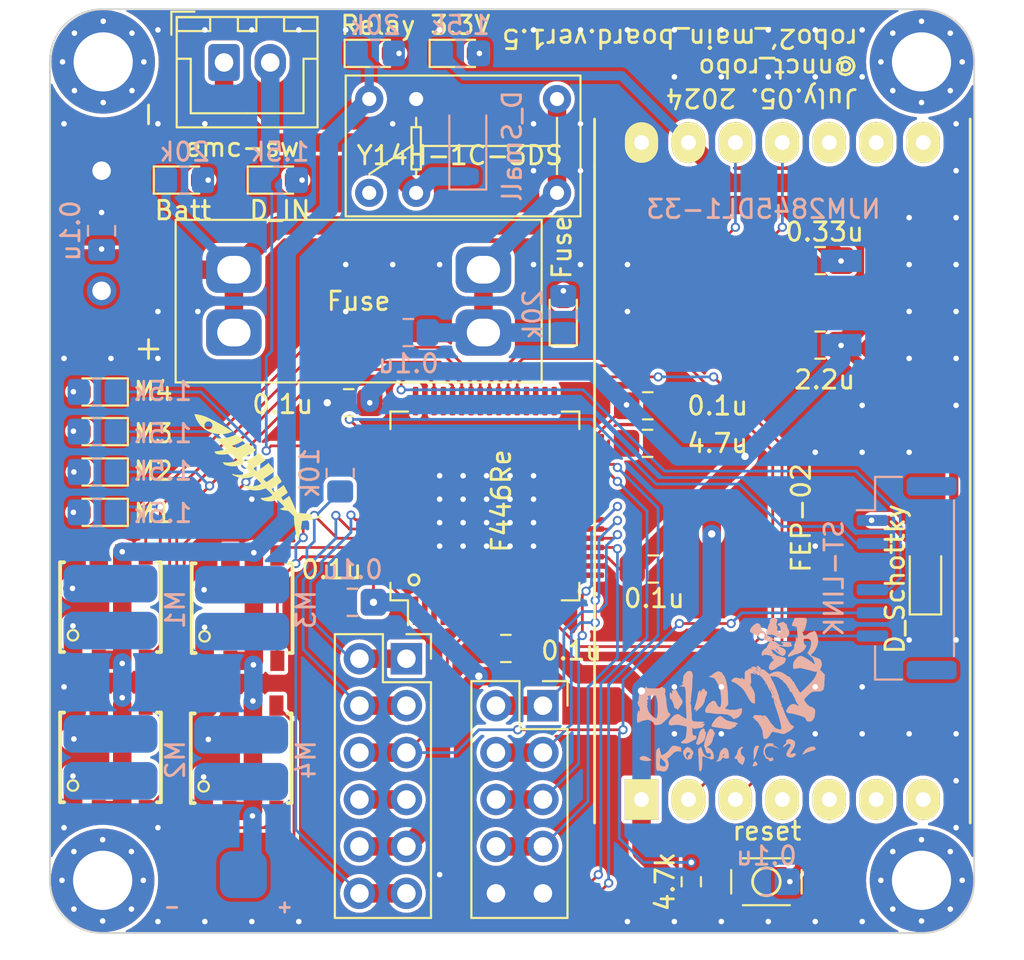
<source format=kicad_pcb>
(kicad_pcb (version 20221018) (generator pcbnew)
  (layers (0 "F.Cu" signal) (31 "B.Cu" signal) (34 "B.Paste" user) (35 "F.Paste" user) (36 "B.SilkS" user "B.Silkscreen") (37 "F.SilkS" user "F.Silkscreen") (38 "B.Mask" user) (39 "F.Mask" user) (44 "Edge.Cuts" user))
  (net 0 "")
  (net 1 "BAT")
  (net 2 "+3.3V")
  (net 3 "Net-(D2-A)")
  (net 4 "Net-(D3-A)")
  (net 5 "Net-(D4-A)")
  (net 6 "Net-(D5-A)")
  (net 7 "Net-(D6-K)")
  (net 8 "Net-(D7-A)")
  (net 9 "Net-(D8-A)")
  (net 10 "Net-(D9-A)")
  (net 11 "Net-(D10-A)")
  (net 12 "Net-(D11-A)")
  (net 13 "Fuse_out")
  (net 14 "U0RXD")
  (net 15 "U0TXD")
  (net 16 "RESET")
  (net 17 "BOOT0")
  (net 18 "+5V")
  (net 19 "EMC_IN")
  (net 20 "SCK")
  (net 21 "MISO")
  (net 22 "MOSI")
  (net 23 "NSS")
  (net 24 "motor1_A")
  (net 25 "motor1_B")
  (net 26 "motor2_A")
  (net 27 "motor2_B")
  (net 28 "motor3_A")
  (net 29 "motor3_B")
  (net 30 "motor4_A")
  (net 31 "motor4_B")
  (net 32 "Relay_out")
  (net 33 "M4FIN")
  (net 34 "M3FIN")
  (net 35 "M2FIN")
  (net 36 "M1FIN")
  (net 40 "FEP_INI")
  (net 41 "FEP_RST")
  (net 46 "PC_6_Serial6TX")
  (net 47 "PC_7_Serial6RX")
  (net 49 "M1RIN")
  (net 50 "M2RIN")
  (net 51 "M3RIN")
  (net 52 "M4RIN")
  (net 53 "Net-(U13-Pin_1)")
  (net 54 "ST-LINK(TX)")
  (net 55 "SWDIO")
  (net 56 "SWCLK")
  (net 57 "Net-(U16-VCAP_1)")
  (net 67 "ST-LINK(RX)")
  (net 86 "GND")
  (footprint "Footprint_nishi:R_0603_1608" (layer "F.Cu") (at 148.0544 114.6864 90)
    (fp_text reference "U8")
    (fp_text value "4.7k")
  )
  (footprint "Footprint_nishi:C_0805_2012" (layer "F.Cu") (at 129.5225 88.76 180)
    (fp_text reference "U18")
    (fp_text value "0.1u")
  )
  (footprint "watanabe_smy:mounting_hole" (layer "F.Cu") (at 116.24 70.31)
    (fp_text reference "REF**")
    (fp_text value "mounting_hole")
  )
  (footprint "watanabe_smy:Y14H-1C-3DS" (layer "F.Cu") (at 130.63 72.32)
    (fp_text reference "U3")
    (fp_text value "~")
  )
  (footprint "Footprint_Monkey:FuseHolder_Carfuse" (layer "F.Cu") (at 130.06 83.26)
    (fp_text reference "F1")
    (fp_text value "Fuse")
  )
  (footprint "LED_SMD:LED_0603_1608Metric_Pad1.05x0.95mm_HandSolder" (layer "F.Cu") (at 130.96 69.85)
    (fp_text reference "D7")
    (fp_text value "Relay")
  )
  (footprint "SOP8:SOP8" (layer "F.Cu") (at 123.755 99.877999 90)
    (fp_text reference "U6" hide)
    (fp_text value "~")
  )
  (footprint "Connector_PinSocket_2.54mm:PinSocket_2x06_P2.54mm_Vertical" (layer "F.Cu") (at 132.642 102.616)
    (fp_text reference "J2")
    (fp_text value "Conn_02x06_Counter_Clockwise")
  )
  (footprint "Footprint_nishi:C_0805_2012" (layer "F.Cu") (at 145.9975 97.76)
    (fp_text reference "U12")
    (fp_text value "0.1u")
  )
  (footprint "LED_SMD:LED_0603_1608Metric_Pad1.05x0.95mm_HandSolder" (layer "F.Cu") (at 120.6384 76.708)
    (fp_text reference "D3")
    (fp_text value "Batt")
  )
  (footprint "LED_SMD:LED_0603_1608Metric_Pad1.05x0.95mm_HandSolder" (layer "F.Cu") (at 115.914 90.3224 180)
    (fp_text reference "D9")
    (fp_text value "M3")
  )
  (footprint "LED_SMD:LED_0603_1608Metric_Pad1.05x0.95mm_HandSolder" (layer "F.Cu") (at 135.56 69.85)
    (fp_text reference "D2")
    (fp_text value "3.3V")
  )
  (footprint "watanabe_smy:mounting_hole" (layer "F.Cu") (at 160.51 70.31)
    (fp_text reference "REF**")
    (fp_text value "mounting_hole")
  )
  (footprint "Footprint_nishi:C_0805_2012" (layer "F.Cu") (at 129.7225 99.56 180)
    (fp_text reference "U14")
    (fp_text value "0.1u")
  )
  (footprint "Connector_PinSocket_2.54mm:PinSocket_2x05_P2.54mm_Vertical" (layer "F.Cu") (at 140.028 105.156)
    (fp_text reference "J4")
    (fp_text value "Conn_02x05_Counter_Clockwise")
  )
  (footprint "Footprint_Monkey:POWER_PAD" (layer "F.Cu") (at 116.152 79.45 90)
    (fp_text reference "J1")
    (fp_text value "BATT")
  )
  (footprint "Footprint_nishi:tact_sw_smd_skrpabe10" (layer "F.Cu") (at 152.1184 114.6864)
    (fp_text reference "U10")
    (fp_text value "SW_DP3T")
  )
  (footprint "watanabe_smy:mounting_hole" (layer "F.Cu") (at 116.21 114.61)
    (fp_text reference "REF**")
    (fp_text value "mounting_hole")
  )
  (footprint "LED_SMD:LED_0603_1608Metric_Pad1.05x0.95mm_HandSolder" (layer "F.Cu") (at 115.914 92.5068 180)
    (fp_text reference "D10")
    (fp_text value "M2")
  )
  (footprint "Footprint_nishi:C_0805_2012" (layer "F.Cu") (at 145.6975 88.925)
    (fp_text reference "U17")
    (fp_text value "0.1u")
  )
  (footprint "watanabe_smy:mounting_hole" (layer "F.Cu") (at 160.51 114.61)
    (fp_text reference "REF**")
    (fp_text value "mounting_hole")
  )
  (footprint "LED_SMD:LED_0603_1608Metric_Pad1.05x0.95mm_HandSolder" (layer "F.Cu") (at 141.128 83.987 90)
    (fp_text reference "D4")
    (fp_text value "Fuse")
  )
  (footprint "SOP8:SOP8" (layer "F.Cu") (at 116.6346 107.955199 90)
    (fp_text reference "U5" hide)
    (fp_text value "~")
  )
  (footprint "Footprint_nishi:C_0805_2012" (layer "F.Cu") (at 155.0225 81.068 180)
    (fp_text reference "C1")
    (fp_text value "0.33u")
  )
  (footprint "LED_SMD:LED_0603_1608Metric_Pad1.05x0.95mm_HandSolder" (layer "F.Cu") (at 125.7184 76.708)
    (fp_text reference "D5")
    (fp_text value "D_IN")
  )
  (footprint "LED_SMD:LED_0603_1608Metric_Pad1.05x0.95mm_HandSolder" (layer "F.Cu") (at 115.914 94.6912 180)
    (fp_text reference "D11")
    (fp_text value "M1")
  )
  (footprint "SOP8:SOP8" (layer "F.Cu") (at 123.7042 108.0008 90)
    (fp_text reference "U7" hide)
    (fp_text value "~")
  )
  (footprint "Package_QFP:LQFP-64_10x10mm_P0.5mm" (layer "F.Cu") (at 136.8876 94.345 90)
    (fp_text reference "U16")
    (fp_text value "STM32F446RETx-stm32")
  )
  (footprint "Footprint_nishi:smd_diode_SOD-323_HandSoldering_cus10f30" (layer "F.Cu") (at 160.724 98.318 90)
    (fp_text reference "U9")
    (fp_text value "D_Schottky")
  )
  (footprint "Footprint_nishi:C_0805_2012" (layer "F.Cu") (at 145.6883 90.957)
    (fp_text reference "U15")
    (fp_text value "4.7u")
  )
  (footprint "NagaokaFootprint2023:FEP-02_PIN_SOCKET" (layer "F.Cu") (at 152.982 92.456 -90)
    (fp_text reference "U2")
    (fp_text value "FEP-02")
  )
  (footprint "Connector_JST:JST_XH_B2B-XH-A_1x02_P2.50mm_Vertical" (layer "F.Cu") (at 122.776 70.341)
    (fp_text reference "J3")
    (fp_text value "emc-sw")
  )
  (footprint "LED_SMD:LED_0603_1608Metric_Pad1.05x0.95mm_HandSolder" (layer "F.Cu") (at 115.914 88.176 180)
    (fp_text reference "D8")
    (fp_text value "M4")
  )
  (footprint "Footprint_nishi:C_0805_2012" (layer "F.Cu") (at 155.0225 85.64 180)
    (fp_text reference "C2")
    (fp_text value "2.2u")
  )
  (footprint "SOP8:SOP8" (layer "F.Cu") (at 116.6346 99.822 90)
    (fp_text reference "U4" hide)
    (fp_text value "~")
  )
  (footprint "watanabe_smy:sabamiso_10^10" (layer "F.Cu") (at 124.534 92.71 -45)
    (fp_text reference "G***")
    (fp_text value "LOGO" hide)
  )
  (footprint "Footprint_nishi:C_0805_2012" (layer "F.Cu") (at 138.0225 102.06 180)
    (fp_text reference "U21")
    (fp_text value "0.1u")
  )
  (footprint "Resistor_SMD:R_0805_2012Metric_Pad1.20x1.40mm_HandSolder" (layer "B.Cu") (at 115.914 90.3224)
    (fp_text reference "R8")
    (fp_text value "1.5k")
  )
  (footprint "Connector_JST:JST_GH_SM06B-GHS-TB_1x06-1MP_P1.25mm_Horizontal" (layer "B.Cu") (at 159.708 98.258 -90)
    (fp_text reference "U13")
    (fp_text value "ST-LINK")
  )
  (footprint "watanabe_smy:2pad" (layer "B.Cu") (at 122.3 114.3 180)
    (fp_text reference "REF**")
    (fp_text value "2pad")
  )
  (footprint "Footprint_nishi:C_0805_2012" (layer "B.Cu") (at 152.1184 114.6864)
    (fp_text reference "U11")
    (fp_text value "0.1u")
  )
  (footprint "watanabe_smy:min_motor" (layer "B.Cu") (at 123.755 99.877999 90)
    (fp_text reference "J7" hide)
    (fp_text value "motor3")
  )
  (footprint "Capacitor_SMD:C_0805_2012Metric_Pad1.18x1.45mm_HandSolder" (layer "B.Cu") (at 132.746 84.96 180)
    (fp_text reference "F_C1")
    (fp_text value "0.1u")
  )
  (footprint "Resistor_SMD:R_0805_2012Metric_Pad1.20x1.40mm_HandSolder" (layer "B.Cu") (at 115.914 92.5068)
    (fp_text reference "R9")
    (fp_text value "1.5k")
  )
  (footprint "Resistor_SMD:R_0805_2012Metric_Pad1.20x1.40mm_HandSolder" (layer "B.Cu") (at 115.914 94.6912)
    (fp_text reference "R10")
    (fp_text value "1.5k")
  )
  (footprint "Resistor_SMD:R_0805_2012Metric_Pad1.20x1.40mm_HandSolder" (layer "B.Cu") (at 115.914 88.176)
    (fp_text reference "R7")
    (fp_text value "1.5k")
  )
  (footprint "Footprint_nishi:C_0805_2012" (layer "B.Cu") (at 129.7225 99.56 180)
    (fp_text reference "U20")
    (fp_text value "0.1u")
  )
  (footprint "watanabe_smy:min_motor" (layer "B.Cu") (at 116.6346 107.955199 90)
    (fp_text reference "J6" hide)
    (fp_text value "motor2")
  )
  (footprint "watanabe_smy:min_motor" (layer "B.Cu") (at 116.6346 99.822 90)
    (fp_text reference "J5" hide)
    (fp_text value "motor1")
  )
  (footprint "watanabe_smy:min_motor" (layer "B.Cu") (at 123.7042 108.0008 90)
    (fp_text reference "J8" hide)
    (fp_text value "motor4")
  )
  (footprint "Diode_SMD:D_SOD-123" (layer "B.Cu") (at 135.964 74.86 90)
    (fp_text reference "D6")
    (fp_text value locked "D_Small")
  )
  (footprint "Resistor_SMD:R_0805_2012Metric_Pad1.20x1.40mm_HandSolder" (layer "B.Cu") (at 135.56 69.85 180)
    (fp_text reference "R2")
    (fp_text value "1.5k")
  )
  (footprint "Resistor_SMD:R_0805_2012Metric_Pad1.20x1.40mm_HandSolder" (layer "B.Cu") (at 120.6384 76.708 180)
    (fp_text reference "R3")
    (fp_text value "20k")
  )
  (footprint "Footprint_Monkey:RoboticsClub_logo_small" (layer "B.Cu") (at 150.188 104.648)
    (fp_text reference "G***" hide)
    (fp_text value "LOGO" hide)
  )
  (footprint "Capacitor_SMD:C_0805_2012Metric_Pad1.18x1.45mm_HandSolder" (layer "B.Cu") (at 116.152 79.45 90)
    (fp_text reference "B_C1")
    (fp_text value "0.1u")
  )
  (footprint "Resistor_SMD:R_0805_2012Metric_Pad1.20x1.40mm_HandSolder" (layer "B.Cu") (at 130.96 69.85 180)
    (fp_text reference "R6")
    (fp_text value "20k")
  )
  (footprint "Footprint_nishi:NJM2845DL1-33" (layer "B.Cu") (at 151.96 83.36 180)
    (fp_text reference "U1")
    (fp_text value "NJM2845DL1-33")
  )
  (footprint "Resistor_SMD:R_0805_2012Metric_Pad1.20x1.40mm_HandSolder" (layer "B.Cu") (at 141.128 83.987 90)
    (fp_text reference "R4")
    (fp_text value "20k")
  )
  (footprint "Resistor_SMD:R_0805_2012Metric_Pad1.20x1.40mm_HandSolder" (layer "B.Cu") (at 125.7184 76.708 180)
    (fp_text reference "R5")
    (fp_text value "1.5k")
  )
  (footprint "Resistor_SMD:R_0805_2012Metric_Pad1.20x1.40mm_HandSolder" (layer "B.Cu") (at 129.06 92.56 90)
    (fp_text reference "R1")
    (fp_text value "10k")
  )
  (gr_line (start 125.804 116.078) (end 126.312 116.078) (stroke (width 0.15)) (layer "B.SilkS"))
  (gr_line (start 119.708 116.078) (end 120.216 116.078) (stroke (width 0.15)) (layer "B.SilkS"))
  (gr_line (start 126.058 115.824) (end 126.058 116.332) (stroke (width 0.15)) (layer "B.SilkS"))
  (gr_line (start 118.184 85.852) (end 119.2 85.852) (stroke (width 0.153)) (layer "F.SilkS"))
  (gr_circle (center 133.05 98.35) (end 133.25 98.55) (stroke (width 0.15)) (fill none) (layer "F.SilkS"))
  (gr_line (start 118.692 72.644) (end 118.692 73.66) (stroke (width 0.153)) (layer "F.SilkS"))
  (gr_line (start 118.692 85.344) (end 118.692 86.36) (stroke (width 0.153)) (layer "F.SilkS"))
  (gr_arc (start 163.36 114.66) (mid 162.539899 116.639899) (end 160.56 117.46) (stroke (width 0.1)) (layer "Edge.Cuts"))
  (gr_line (start 163.36 70.26) (end 163.36 114.66) (stroke (width 0.1)) (layer "Edge.Cuts"))
  (gr_line (start 116.16 67.46) (end 160.56 67.46) (stroke (width 0.1)) (layer "Edge.Cuts"))
  (gr_line (start 113.36 114.66) (end 113.36 70.26) (stroke (width 0.1)) (layer "Edge.Cuts"))
  (gr_arc (start 113.36 70.26) (mid 114.180101 68.280101) (end 116.16 67.46) (stroke (width 0.1)) (layer "Edge.Cuts"))
  (gr_arc (start 116.16 117.46) (mid 114.180101 116.639899) (end 113.36 114.66) (stroke (width 0.1)) (layer "Edge.Cuts"))
  (gr_arc (start 160.56 67.46) (mid 162.539899 68.280101) (end 163.36 70.26) (stroke (width 0.1)) (layer "Edge.Cuts"))
  (gr_line (start 160.56 117.46) (end 116.16 117.46) (stroke (width 0.1)) (layer "Edge.Cuts"))
  (gr_text "M2" (at 120.724 106.934 90) (layer "B.SilkS") (effects (font (size 1 1) (thickness 0.153)) (justify left bottom mirror)))
  (gr_text "M1" (at 120.724 98.806 90) (layer "B.SilkS") (effects (font (size 1 1) (thickness 0.153)) (justify left bottom mirror)))
  (gr_text "M4" (at 127.8 106.934 90) (layer "B.SilkS") (effects (font (size 1 1) (thickness 0.153)) (justify left bottom mirror)))
  (gr_text "M3" (at 127.8 98.806 90) (layer "B.SilkS") (effects (font (size 1 1) (thickness 0.153)) (justify left bottom mirror)))
  (gr_text "reset" (at 150.188 112.522) (layer "F.SilkS") (effects (font (size 1 1) (thickness 0.153)) (justify left bottom)))
  (gr_text "Y14H-1C-3DS" (at 129.86 75.96) (layer "F.SilkS") (effects (font (size 1 1) (thickness 0.153)) (justify left bottom)))
  (gr_text "2.2u" (at 155.268 88.1) (layer "F.SilkS") (effects (font (size 1 1) (thickness 0.153)) (justify bottom)))
  (gr_text "July.05. 2024\n@nnct_robo\nrobo2'_main_board.ver1.5" (at 157.16 68.46 180) (layer "F.SilkS") (effects (font (size 1 1) (thickness 0.153)) (justify left bottom)))
  (gr_text "0.33u" (at 155.268 80.1) (layer "F.SilkS") (effects (font (size 1 1) (thickness 0.153)) (justify bottom)))
  (gr_text "F446Re" (at 138.36 96.96 90) (layer "F.SilkS") (effects (font (size 1 1) (thickness 0.153)) (justify left bottom)))
  (segment (start 123.31 81.56) (end 125.71 79.16) (width 1) (layer "F.Cu") (net 1))
  (segment (start 116.5135 81.56) (end 116.5135 82.3385) (width 1) (layer "F.Cu") (net 1))
  (segment (start 141.96 79.16) (end 143.06 78.06) (width 1) (layer "F.Cu") (net 1))
  (segment (start 143.06 78.06) (end 153.152 78.06) (width 1) (layer "F.Cu") (net 1))
  (segment (start 153.152 78.06) (end 156.151 81.059) (width 1) (layer "F.Cu") (net 1))
  (segment (start 116.152 82.7) (end 117.292 81.56) (width 1) (layer "F.Cu") (net 1))
  (segment (start 125.71 79.16) (end 141.96 79.16) (width 1) (layer "F.Cu") (net 1))
  (segment (start 116.5135 82.3385) (end 116.152 82.7) (width 1) (layer "F.Cu") (net 1))
  (segment (start 123.31 84.96) (end 123.31 81.56) (width 1) (layer "F.Cu") (net 1))
  (segment (start 117.292 81.56) (end 123.31 81.56) (width 1) (layer "F.Cu") (net 1))
  (via (at 116.152 80.4418) (size 0.5) (drill 0.3) (layers "F.Cu" "B.Cu") (net 1))
  (via (at 156.157 81.088) (size 0.5) (drill 0.3) (layers "F.Cu" "B.Cu") (net 1))
  (segment (start 119.6384 77.8884) (end 119.6384 76.708) (width 0.5) (layer "B.Cu") (net 1))
  (segment (start 123.31 81.56) (end 119.6384 77.8884) (width 0.5) (layer "B.Cu") (net 1))
  (segment (start 139.1376 100.02) (end 139.16 100.0424) (width 0.15) (layer "F.Cu") (net 2))
  (segment (start 155.06 76.86) (end 150.086 76.86) (width 1) (layer "F.Cu") (net 2))
  (segment (start 133.1376 88.67) (end 130.75 88.67) (width 0.15) (layer "F.Cu") (net 2))
  (segment (start 144.46 103.46) (end 141.96 103.46) (width 1) (layer "F.Cu") (net 2))
  (segment (start 131.2126 98.095) (end 133.1376 100.02) (width 0.15) (layer "F.Cu") (net 2))
  (segment (start 156.16 85.64) (end 162.253 91.733) (width 0.5) (layer "F.Cu") (net 2))
  (segment (start 130.75 88.67) (end 130.66 88.76) (width 0.15) (layer "F.Cu") (net 2))
  (segment (start 130.86 99.56) (end 130.86 98.4476) (width 0.15) (layer "F.Cu") (net 2))
  (segment (start 158.1068 83.6932) (end 158.1068 79.9068) (width 1) (layer "F.Cu") (net 2))
  (segment (start 145.36 104.36) (end 144.46 103.46) (width 1) (layer "F.Cu") (net 2))
  (segment (start 143.495 97.095) (end 144.16 97.76) (width 0.15) (layer "F.Cu") (net 2))
  (segment (start 136.56 103.56) (end 137.66 103.56) (width 1) (layer "F.Cu") (net 2))
  (segment (start 149.16 93.46) (end 149.16 95.86) (width 1) (layer "F.Cu") (net 2))
  (segment (start 130.102 112.776) (end 132.642 112.776) (width 1) (layer "F.Cu") (net 2))
  (segment (start 142.5626 97.095) (end 143.495 97.095) (width 0.15) (layer "F.Cu") (net 2))
  (segment (start 150.96 91.66) (end 149.16 93.46) (width 1) (layer "F.Cu") (net 2))
  (segment (start 156.16 85.64) (end 158.1068 83.6932) (width 1) (layer "F.Cu") (net 2))
  (segment (start 145.362 110.236) (end 145.362 113.0565) (width 1) (layer "F.Cu") (net 2))
  (segment (start 130.86 98.4476) (end 131.2126 98.095) (width 0.15) (layer "F.Cu") (net 2))
  (segment (start 162.253 91.733) (end 162.253 98.039) (width 0.5) (layer "F.Cu") (net 2))
  (segment (start 139.16 102.0152) (end 139.1376 102.0376) (width 0.15) (layer "F.Cu") (net 2))
  (segment (start 142.5626 90.595) (end 142.83 90.595) (width 0.15) (layer "F.Cu") (net 2))
  (segment (start 141.96 103.46) (end 140.56 102.06) (width 1) (layer "F.Cu") (net 2))
  (segment (start 145.362 113.0565) (end 148.0544 115.7489) (width 1) (layer "F.Cu") (net 2))
  (segment (start 144.16 97.76) (end 144.86 97.76) (width 0.15) (layer "F.Cu") (net 2))
  (segment (start 135.71 104.41) (end 136.56 103.56) (width 1) (layer "F.Cu") (net 2))
  (segment (start 139.16 100.0424) (end 139.16 102.0152) (width 0.15) (layer "F.Cu") (net 2))
  (segment (start 158.1068 79.9068) (end 155.06 76.86) (width 1) (layer "F.Cu") (net 2))
  (segment (start 162.253 98.039) (end 160.724 99.568) (width 0.5) (layer "F.Cu") (net 2))
  (segment (start 132.642 112.776) (end 135.71 109.708) (width 1) (layer "F.Cu") (net 2))
  (segment (start 149.16 93.46) (end 144.86 97.76) (width 1) (layer "F.Cu") (net 2))
  (segment (start 137.66 103.56) (end 139.16 102.06) (width 1) (layer "F.Cu") (net 2))
  (segment (start 140.56 102.06) (end 139.16 102.06) (width 1) (layer "F.Cu") (net 2))
  (segment (start 150.086 76.86) (end 147.902 74.676) (width 1) (layer "F.Cu") (net 2))
  (segment (start 142.83 90.595) (end 144.5508 88.8742) (width 0.15) (layer "F.Cu") (net 2))
  (segment (start 135.71 109.708) (end 135.71 104.41) (width 1) (layer "F.Cu") (net 2))
  (via (at 130.86 99.56) (size 0.6) (drill 0.4) (layers "F.Cu" "B.Cu") (net 2))
  (via (at 156.157 85.66) (size 0.5) (drill 0.3) (layers "F.Cu" "B.Cu") (net 2))
  (via (at 150.96 91.66) (size 0.6) (drill 0.4) (layers "F.Cu" "B.Cu") (net 2))
  (via (at 130.66 88.76) (size 0.5) (drill 0.3) (layers "F.Cu" "B.Cu") (net 2))
  (via (at 145.36 104.36) (size 0.6) (drill 0.4) (layers "F.Cu" "B.Cu") (net 2))
  (via (at 136.56 103.56) (size 0.6) (drill 0.4) (layers "F.Cu" "B.Cu") (net 2))
  (via (at 144.5508 88.8742) (size 0.5) (drill 0.3) (layers "F.Cu" "B.Cu") (net 2))
  (via (at 149.16 95.86) (size 0.6) (drill 0.4) (layers "F.Cu" "B.Cu") (net 2))
  (segment (start 144.286 71.06) (end 147.902 74.676) (width 0.5) (layer "B.Cu") (net 2))
  (segment (start 145.362 104.258) (end 145.362 110.236) (width 1) (layer "B.Cu") (net 2))
  (segment (start 147.3366 91.66) (end 144.5508 88.8742) (width 1) (layer "B.Cu") (net 2))
  (segment (start 130.66 88.26) (end 131.86 87.06) (width 1) (layer "B.Cu") (net 2))
  (segment (start 132.56 99.56) (end 130.86 99.56) (width 1) (layer "B.Cu") (net 2))
  (segment (start 131.86 87.06) (end 142.7366 87.06) (width 1) (layer "B.Cu") (net 2))
  (segment (start 150.96 91.66) (end 156.16 86.46) (width 1) (layer "B.Cu") (net 2))
  (segment (start 156.16 85.64) (end 156.166 85.646) (width 1) (layer "B.Cu") (net 2))
  (segment (start 130.66 88.76) (end 130.66 88.26) (width 1) (layer "B.Cu") (net 2))
  (segment (start 149.16 95.86) (end 149.16 100.46) (width 1) (layer "B.Cu") (net 2))
  (segment (start 136.56 103.56) (end 132.56 99.56) (width 1) (layer "B.Cu") (net 2))
  (segment (start 135.77 71.06) (end 144.286 71.06) (width 0.5) (layer "B.Cu") (net 2))
  (segment (start 142.7366 87.06) (end 144.5508 88.8742) (width 1) (layer "B.Cu") (net 2))
  (segment (start 134.56 69.85) (end 135.77 71.06) (width 0.5) (layer "B.Cu") (net 2))
  (segment (start 150.96 91.66) (end 147.3366 91.66) (width 1) (layer "B.Cu") (net 2))
  (segment (start 156.16 86.46) (end 156.16 85.64) (width 1) (layer "B.Cu") (net 2))
  (segment (start 149.16 100.46) (end 145.362 104.258) (width 1) (layer "B.Cu") (net 2))
  (via (at 136.592 69.85) (size 0.5) (drill 0.3) (layers "F.Cu" "B.Cu") (net 3))
  (via (at 121.9178 76.708) (size 0.5) (drill 0.3) (layers "F.Cu" "B.Cu") (net 4))
  (via (at 141.1344 82.7012) (size 0.5) (drill 0.3) (layers "F.Cu" "B.Cu") (net 5))
  (via (at 126.9978 76.708) (size 0.5) (drill 0.3) (layers "F.Cu" "B.Cu") (net 6))
  (segment (start 125.042 74.676) (end 130.446 74.676) (width 1) (layer "F.Cu") (net 7))
  (segment (start 130.446 74.676) (end 133.17 77.4) (width 1) (layer "F.Cu") (net 7))
  (segment (start 122.776 70.341) (end 122.776 72.41) (width 1) (layer "F.Cu") (net 7))
  (segment (start 122.776 72.41) (end 125.042 74.676) (width 1) (layer "F.Cu") (net 7))
  (segment (start 133.17 77.4) (end 134.06 76.51) (width 1) (layer "B.Cu") (net 7))
  (segment (start 134.06 76.51) (end 135.964 76.51) (width 1) (layer "B.Cu") (net 7))
  (via (at 132.244 69.85) (size 0.5) (drill 0.3) (layers "F.Cu" "B.Cu") (net 8))
  (via (at 114.628 88.1634) (size 0.5) (drill 0.3) (layers "F.Cu" "B.Cu") (net 9))
  (via (at 114.628 90.297) (size 0.5) (drill 0.3) (layers "F.Cu" "B.Cu") (net 10))
  (via (at 114.6534 92.5068) (size 0.5) (drill 0.3) (layers "F.Cu" "B.Cu") (net 11))
  (via (at 114.628 94.6912) (size 0.5) (drill 0.3) (layers "F.Cu" "B.Cu") (net 12))
  (segment (start 136.81 81.56) (end 136.81 84.96) (width 1) (layer "F.Cu") (net 13))
  (segment (start 136.872 81.72) (end 136.872 82.12) (width 1) (layer "F.Cu") (net 13))
  (segment (start 140.79 72.722) (end 140.79 77.4) (width 1) (layer "F.Cu") (net 13))
  (segment (start 140.79 77.4) (end 136.872 81.318) (width 1) (layer "B.Cu") (net 13))
  (segment (start 136.872 81.318) (end 136.872 82.12) (width 1) (layer "B.Cu") (net 13))
  (segment (start 141.163 84.96) (end 141.19 84.987) (width 1) (layer "B.Cu") (net 13))
  (segment (start 136.81 84.96) (end 141.101 84.96) (width 1) (layer "B.Cu") (net 13))
  (segment (start 136.81 84.96) (end 133.8815 84.96) (width 1) (layer "B.Cu") (net 13))
  (segment (start 129.895 95.095) (end 131.2126 95.095) (width 0.15) (layer "F.Cu") (net 14))
  (segment (start 130.102 102.616) (end 132.642 102.616) (width 1) (layer "F.Cu") (net 14))
  (segment (start 129.6415 94.8415) (end 129.895 95.095) (width 0.15) (layer "F.Cu") (net 14))
  (via (at 129.6415 94.8415) (size 0.5) (drill 0.3) (layers "F.Cu" "B.Cu") (net 14))
  (segment (start 127.46 98.46) (end 127.46 100.46) (width 0.15) (layer "B.Cu") (net 14))
  (segment (start 129.616 102.616) (end 130.102 102.616) (width 0.15) (layer "B.Cu") (net 14))
  (segment (start 127.46 100.46) (end 129.616 102.616) (width 0.15) (layer "B.Cu") (net 14))
  (segment (start 129.6415 95.7785) (end 128.06 97.36) (width 0.15) (layer "B.Cu") (net 14))
  (segment (start 128.06 97.86) (end 127.46 98.46) (width 0.15) (layer "B.Cu") (net 14))
  (segment (start 128.06 97.36) (end 128.06 97.86) (width 0.15) (layer "B.Cu") (net 14))
  (segment (start 129.6415 94.8415) (end 129.6415 95.7785) (width 0.15) (layer "B.Cu") (net 14))
  (segment (start 130.102 105.156) (end 132.642 105.156) (width 1) (layer "F.Cu") (net 15))
  (segment (start 129.5616 95.595) (end 131.2126 95.595) (width 0.15) (layer "F.Cu") (net 15))
  (segment (start 128.8266 94.86) (end 129.5616 95.595) (width 0.15) (layer "F.Cu") (net 15))
  (via (at 128.8266 94.86) (size 0.5) (drill 0.3) (layers "F.Cu" "B.Cu") (net 15))
  (segment (start 127.66 97.26) (end 127.66 97.76) (width 0.15) (layer "B.Cu") (net 15))
  (segment (start 127.66 97.76) (end 127.06 98.36) (width 0.15) (layer "B.Cu") (net 15))
  (segment (start 127.06 98.36) (end 127.06 102.114) (width 0.15) (layer "B.Cu") (net 15))
  (segment (start 128.8266 94.86) (end 128.8266 96.0934) (width 0.15) (layer "B.Cu") (net 15))
  (segment (start 128.8266 96.0934) (end 127.66 97.26) (width 0.15) (layer "B.Cu") (net 15))
  (segment (start 127.06 102.114) (end 130.102 105.156) (width 0.15) (layer "B.Cu") (net 15))
  (segment (start 149.8184 113.4364) (end 148.2576 113.4364) (width 0.5) (layer "F.Cu") (net 16))
  (segment (start 136.1376 100.9824) (end 134.86 102.26) (width 0.15) (layer "F.Cu") (net 16))
  (segment (start 154.4184 113.4364) (end 149.8184 113.4364) (width 0.5) (layer "F.Cu") (net 16))
  (segment (start 150.21 100.71) (end 147.41 100.71) (width 0.15) (layer "F.Cu") (net 16))
  (segment (start 144.36 106.46) (end 138.66 106.46) (width 0.15) (layer "F.Cu") (net 16))
  (segment (start 148.2576 113.4364) (end 148.0544 113.6396) (width 0.5) (layer "F.Cu") (net 16))
  (segment (start 154.4184 113.4364) (end 153.3884 114.4664) (width 0.5) (layer "F.Cu") (net 16))
  (segment (start 153.3884 114.681) (end 153.3884 114.6864) (width 0.5) (layer "F.Cu") (net 16))
  (segment (start 134.86 105.478) (end 132.642 107.696) (width 0.15) (layer "F.Cu") (net 16))
  (segment (start 136.1376 100.02) (end 136.1376 100.9824) (width 0.15) (layer "F.Cu") (net 16))
  (segment (start 130.102 107.696) (end 132.642 107.696) (width 1) (layer "F.Cu") (net 16))
  (segment (start 134.86 102.26) (end 134.86 105.478) (width 0.15) (layer "F.Cu") (net 16))
  (segment (start 153.3884 114.4664) (end 153.3884 114.681) (width 0.5) (layer "F.Cu") (net 16))
  (segment (start 148.0544 113.6396) (end 148.2419 113.4364) (width 0.5) (layer "F.Cu") (net 16))
  (via (at 138.66 106.46) (size 0.5) (drill 0.3) (layers "F.Cu" "B.Cu") (net 16))
  (via (at 148.0544 113.6396) (size 0.5) (drill 0.3) (layers "F.Cu" "B.Cu") (net 16))
  (via (at 150.21 100.71) (size 0.5) (drill 0.3) (layers "F.Cu" "B.Cu") (net 16))
  (via (at 153.3884 114.681) (size 0.5) (drill 0.3) (layers "F.Cu" "B.Cu") (net 16))
  (via (at 147.41 100.71) (size 0.5) (drill 0.3) (layers "F.Cu" "B.Cu") (net 16))
  (via (at 144.36 106.46) (size 0.5) (drill 0.3) (layers "F.Cu" "B.Cu") (net 16))
  (segment (start 135.324 107.696) (end 136.46 106.56) (width 0.15) (layer "B.Cu") (net 16))
  (segment (start 144.16 112.336) (end 145.4636 113.6396) (width 0.15) (layer "B.Cu") (net 16))
  (segment (start 138.66 106.46) (end 138.56 106.46) (width 0.15) (layer "B.Cu") (net 16))
  (segment (start 136.46 106.56) (end 136.56 106.46) (width 0.15) (layer "B.Cu") (net 16))
  (segment (start 144.36 106.46) (end 144.36 103.76) (width 0.15) (layer "B.Cu") (net 16))
  (segment (start 144.16 106.66) (end 144.16 112.336) (width 0.15) (layer "B.Cu") (net 16))
  (segment (start 136.56 106.46) (end 138.66 106.46) (width 0.15) (layer "B.Cu") (net 16))
  (segment (start 150.21 100.71) (end 150.787 100.133) (width 0.15) (layer "B.Cu") (net 16))
  (segment (start 144.36 103.76) (end 147.41 100.71) (width 0.15) (layer "B.Cu") (net 16))
  (segment (start 150.787 100.133) (end 157.858 100.133) (width 0.15) (layer "B.Cu") (net 16))
  (segment (start 132.642 107.696) (end 135.324 107.696) (width 0.15) (layer "B.Cu") (net 16))
  (segment (start 144.36 106.46) (end 144.16 106.66) (width 0.15) (layer "B.Cu") (net 16))
  (segment (start 145.4636 113.6396) (end 148.0544 113.6396) (width 0.15) (layer "B.Cu") (net 16))
  (segment (start 127.66 94.86) (end 128.895 96.095) (width 0.15) (layer "F.Cu") (net 17))
  (segment (start 128.895 96.095) (end 131.2126 96.095) (width 0.15) (layer "F.Cu") (net 17))
  (segment (start 130.102 115.316) (end 132.642 115.316) (width 1) (layer "F.Cu") (net 17))
  (via (at 127.66 94.86) (size 0.5) (drill 0.3) (layers "F.Cu" "B.Cu") (net 17))
  (segment (start 127.66 94.86) (end 127.66 96.26) (width 0.15) (layer "B.Cu") (net 17))
  (segment (start 127.66 94.86) (end 127.76 94.86) (width 0.15) (layer "B.Cu") (net 17))
  (segment (start 126.66 98.26) (end 126.66 111.874) (width 0.15) (layer "B.Cu") (net 17))
  (segment (start 127.76 94.86) (end 129.06 93.56) (width 0.15) (layer "B.Cu") (net 17))
  (segment (start 127.66 96.26) (end 127.26 96.66) (width 0.15) (layer "B.Cu") (net 17))
  (segment (start 127.26 96.66) (end 127.26 97.66) (width 0.15) (layer "B.Cu") (net 17))
  (segment (start 127.26 97.66) (end 126.66 98.26) (width 0.15) (layer "B.Cu") (net 17))
  (segment (start 126.66 111.874) (end 130.102 115.316) (width 0.15) (layer "B.Cu") (net 17))
  (segment (start 130.102 110.236) (end 132.642 110.236) (width 1) (layer "F.Cu") (net 18))
  (segment (start 125.325 91.095) (end 131.2126 91.095) (width 0.15) (layer "F.Cu") (net 19))
  (segment (start 125.06 91.36) (end 125.325 91.095) (width 0.15) (layer "F.Cu") (net 19))
  (via (at 125.06 91.36) (size 0.5) (drill 0.3) (layers "F.Cu" "B.Cu") (net 19))
  (segment (start 125.36 85.96) (end 125.36 77.3496) (width 0.15) (layer "B.Cu") (net 19))
  (segment (start 125.06 91.36) (end 125.06 86.26) (width 0.15) (layer "B.Cu") (net 19))
  (segment (start 125.276 76.1504) (end 124.7184 76.708) (width 1) (layer "B.Cu") (net 19))
  (segment (start 125.36 77.3496) (end 124.7184 76.708) (width 0.15) (layer "B.Cu") (net 19))
  (segment (start 125.276 70.341) (end 125.276 76.1504) (width 1) (layer "B.Cu") (net 19))
  (segment (start 125.06 86.26) (end 125.36 85.96) (width 0.15) (layer "B.Cu") (net 19))
  (segment (start 137.488 105.156) (end 140.028 105.156) (width 1) (layer "F.Cu") (net 20))
  (segment (start 142.5626 96.095) (end 143.863 96.095) (width 0.15) (layer "F.Cu") (net 20))
  (segment (start 143.863 96.095) (end 144.06 95.898) (width 0.15) (layer "F.Cu") (net 20))
  (segment (start 144.06 95.898) (end 144.047 95.885) (width 0.15) (layer "F.Cu") (net 20))
  (via (at 144.06 95.898) (size 0.5) (drill 0.3) (layers "F.Cu" "B.Cu") (net 20))
  (segment (start 143.06 100.06) (end 143.46 99.66) (width 0.15) (layer "B.Cu") (net 20))
  (segment (start 141.16 101.06) (end 142.16 100.06) (width 0.15) (layer "B.Cu") (net 20))
  (segment (start 142.16 100.06) (end 143.06 100.06) (width 0.15) (layer "B.Cu") (net 20))
  (segment (start 143.46 96.498) (end 144.06 95.898) (width 0.15) (layer "B.Cu") (net 20))
  (segment (start 143.46 99.66) (end 143.46 96.498) (width 0.15) (layer "B.Cu") (net 20))
  (segment (start 141.16 104.024) (end 141.16 101.06) (width 0.15) (layer "B.Cu") (net 20))
  (segment (start 140.028 105.156) (end 141.16 104.024) (width 0.15) (layer "B.Cu") (net 20))
  (segment (start 142.5626 95.595) (end 143.601 95.595) (width 0.15) (layer "F.Cu") (net 21))
  (segment (start 142.86 100.66) (end 142.86 99.46) (width 0.15) (layer "F.Cu") (net 21))
  (segment (start 143.601 95.595) (end 144.06 95.136) (width 0.15) (layer "F.Cu") (net 21))
  (segment (start 137.488 107.696) (end 140.028 107.696) (width 1) (layer "F.Cu") (net 21))
  (via (at 144.06 95.136) (size 0.5) (drill 0.3) (layers "F.Cu" "B.Cu") (net 21))
  (via (at 142.86 100.66) (size 0.5) (drill 0.3) (layers "F.Cu" "B.Cu") (net 21))
  (via (at 142.86 99.46) (size 0.5) (drill 0.3) (layers "F.Cu" "B.Cu") (net 21))
  (segment (start 143.06 99.26) (end 143.06 96.136) (width 0.15) (layer "B.Cu") (net 21))
  (segment (start 141.56 101.16) (end 141.56 106.164) (width 0.15) (layer "B.Cu") (net 21))
  (segment (start 142.86 100.66) (end 142.06 100.66) (width 0.15) (layer "B.Cu") (net 21))
  (segment (start 142.06 100.66) (end 141.56 101.16) (width 0.15) (layer "B.Cu") (net 21))
  (segment (start 143.06 96.136) (end 144.06 95.136) (width 0.15) (layer "B.Cu") (net 21))
  (segment (start 141.56 106.164) (end 140.028 107.696) (width 0.15) (layer "B.Cu") (net 21))
  (segment (start 142.86 99.46) (end 143.06 99.26) (width 0.15) (layer "B.Cu") (net 21))
  (segment (start 142.5626 95.095) (end 143.339 95.095) (width 0.15) (layer "F.Cu") (net 22))
  (segment (start 142.16 99.16) (end 142.36 98.96) (width 0.15) (layer "F.Cu") (net 22))
  (segment (start 143.339 95.095) (end 144.06 94.374) (width 0.15) (layer "F.Cu") (net 22))
  (segment (start 140.028 110.236) (end 137.488 110.236) (width 1) (layer "F.Cu") (net 22))
  (segment (start 142.16 101.36) (end 142.16 99.16) (width 0.15) (layer "F.Cu") (net 22))
  (via (at 144.06 94.374) (size 0.5) (drill 0.3) (layers "F.Cu" "B.Cu") (net 22))
  (via (at 142.16 101.36) (size 0.5) (drill 0.3) (layers "F.Cu" "B.Cu") (net 22))
  (via (at 142.36 98.96) (size 0.5) (drill 0.3) (layers "F.Cu" "B.Cu") (net 22))
  (segment (start 142.66 98.66) (end 142.66 95.774) (width 0.15) (layer "B.Cu") (net 22))
  (segment (start 142.16 101.36) (end 141.96 101.56) (width 0.15) (layer "B.Cu") (net 22))
  (segment (start 141.96 108.304) (end 140.028 110.236) (width 0.15) (layer "B.Cu") (net 22))
  (segment (start 141.96 101.56) (end 141.96 108.304) (width 0.15) (layer "B.Cu") (net 22))
  (segment (start 142.36 98.96) (end 142.66 98.66) (width 0.15) (layer "B.Cu") (net 22))
  (segment (start 142.66 95.774) (end 144.06 94.374) (width 0.15) (layer "B.Cu") (net 22))
  (segment (start 143.995 96.595) (end 142.5626 96.595) (width 0.15) (layer "F.Cu") (net 23))
  (segment (start 140.028 112.776) (end 137.488 112.776) (width 1) (layer "F.Cu") (net 23))
  (segment (start 144.06 96.66) (end 143.995 96.595) (width 0.15) (layer "F.Cu") (net 23))
  (via (at 144.06 96.66) (size 0.5) (drill 0.3) (layers "F.Cu" "B.Cu") (net 23))
  (segment (start 142.4664 104.1536) (end 144.06 102.56) (width 0.15) (layer "B.Cu") (net 23))
  (segment (start 144.06 102.56) (end 144.06 96.66) (width 0.15) (layer "B.Cu") (net 23))
  (segment (start 142.4664 110.3376) (end 142.4664 104.1536) (width 0.15) (layer "B.Cu") (net 23))
  (segment (start 140.028 112.776) (end 142.4664 110.3376) (width 0.15) (layer "B.Cu") (net 23))
  (segment (start 114.6026 102.544999) (end 114.6026 100.838) (width 1) (layer "F.Cu") (net 24))
  (segment (start 114.7296 102.671999) (end 114.6026 102.544999) (width 1) (layer "F.Cu") (net 24))
  (via (at 114.6026 100.838) (size 0.5) (drill 0.3) (layers "F.Cu" "B.Cu") (net 24))
  (segment (start 115.9996 96.972001) (end 115.9996 97.917) (width 1) (layer "F.Cu") (net 25))
  (segment (start 115.1106 98.806) (end 114.5772 98.806) (width 1) (layer "F.Cu") (net 25))
  (segment (start 115.9996 97.917) (end 115.1106 98.806) (width 1) (layer "F.Cu") (net 25))
  (segment (start 114.5772 98.806) (end 114.6026 98.806) (width 1) (layer "F.Cu") (net 25))
  (via (at 114.5772 98.806) (size 0.5) (drill 0.3) (layers "F.Cu" "B.Cu") (net 25))
  (segment (start 114.6026 108.966) (end 114.6026 108.971199) (width 1) (layer "F.Cu") (net 26))
  (segment (start 114.6026 110.678198) (end 114.6026 108.966) (width 1) (layer "F.Cu") (net 26))
  (segment (start 114.7296 110.805198) (end 114.6026 110.678198) (width 1) (layer "F.Cu") (net 26))
  (via (at 114.6026 108.966) (size 0.5) (drill 0.3) (layers "F.Cu" "B.Cu") (net 26))
  (segment (start 114.6534 106.9594) (end 114.633199 106.939199) (width 1) (layer "F.Cu") (net 27))
  (segment (start 115.9996 105.923199) (end 114.9836 106.939199) (width 1) (layer "F.Cu") (net 27))
  (segment (start 114.673601 106.939199) (end 114.6534 106.9594) (width 1) (layer "F.Cu") (net 27))
  (segment (start 114.9836 106.939199) (end 114.673601 106.939199) (width 1) (layer "F.Cu") (net 27))
  (segment (start 114.633199 106.939199) (end 114.6026 106.939199) (width 1) (layer "F.Cu") (net 27))
  (segment (start 115.9996 105.1052) (end 115.9996 105.923199) (width 1) (layer "F.Cu") (net 27))
  (via (at 114.6534 106.9594) (size 0.5) (drill 0.3) (layers "F.Cu" "B.Cu") (net 27))
  (segment (start 121.723 100.9142) (end 121.723 100.893999) (width 1) (layer "F.Cu") (net 28))
  (segment (start 121.723 102.600998) (end 121.723 100.9142) (width 1) (layer "F.Cu") (net 28))
  (segment (start 121.85 102.727998) (end 121.723 102.600998) (width 1) (layer "F.Cu") (net 28))
  (via (at 121.723 100.9142) (size 0.5) (drill 0.3) (layers "F.Cu" "B.Cu") (net 28))
  (segment (start 123.12 97.972999) (end 122.231 98.861999) (width 1) (layer "F.Cu") (net 29))
  (segment (start 123.12 97.028) (end 123.12 97.972999) (width 1) (layer "F.Cu") (net 29))
  (segment (start 121.743201 98.861999) (end 121.6976 98.8822) (width 1) (layer "F.Cu") (net 29))
  (segment (start 122.231 98.861999) (end 121.743201 98.861999) (width 1) (layer "F.Cu") (net 29))
  (segment (start 121.702799 98.861999) (end 121.723 98.861999) (width 1) (layer "F.Cu") (net 29))
  (segment (start 121.6976 98.8822) (end 121.702799 98.861999) (width 1) (layer "F.Cu") (net 29))
  (via (at 121.6976 98.8822) (size 0.5) (drill 0.3) (layers "F.Cu" "B.Cu") (net 29))
  (segment (start 121.7992 110.850799) (end 121.6722 110.723799) (width 1) (layer "F.Cu") (net 30))
  (segment (start 121.6722 110.723799) (end 121.6722 109.0168) (width 1) (layer "F.Cu") (net 30))
  (via (at 121.6722 109.0168) (size 0.5) (drill 0.3) (layers "F.Cu" "B.Cu") (net 30))
  (segment (start 123.0692 105.150801) (end 123.0692 105.8418) (width 1) (layer "F.Cu") (net 31))
  (segment (start 123.0692 105.8418) (end 121.9262 106.9848) (width 1) (layer "F.Cu") (net 31))
  (via (at 121.9262 106.9848) (size 0.5) (drill 0.3) (layers "F.Cu" "B.Cu") (net 31))
  (segment (start 117.2696 96.8248) (end 117.2696 102.6668) (width 1) (layer "F.Cu") (net 32))
  (segment (start 117.2696 96.972001) (end 117.2696 96.8248) (width 1) (layer "F.Cu") (net 32))
  (segment (start 115.9996 102.671999) (end 117.2696 102.671999) (width 1) (layer "F.Cu") (net 32))
  (segment (start 124.39 96.8756) (end 124.39 102.727998) (width 1) (layer "F.Cu") (net 32))
  (segment (start 117.2696 105.1052) (end 117.2696 110.805198) (width 1) (layer "F.Cu") (net 32))
  (segment (start 124.3392 105.150801) (end 124.3392 104.902) (width 1) (layer "F.Cu") (net 32))
  (segment (start 123.12 102.727998) (end 124.39 102.727998) (width 1) (layer "F.Cu") (net 32))
  (segment (start 115.9996 110.805198) (end 117.2696 110.805198) (width 1) (layer "F.Cu") (net 32))
  (segment (start 117.2696 102.6668) (end 117.2696 102.671999) (width 1) (layer "F.Cu") (net 32))
  (segment (start 124.39 97.028) (end 124.39 96.8756) (width 1) (layer "F.Cu") (net 32))
  (segment (start 124.3392 104.902) (end 124.3392 110.850799) (width 1) (layer "F.Cu") (net 32))
  (segment (start 124.3392 110.850799) (end 123.0692 110.850799) (width 1) (layer "F.Cu") (net 32))
  (via (at 117.2696 96.8248) (size 0.5) (drill 0.3) (layers "F.Cu" "B.Cu") (net 32))
  (via (at 117.2696 104.7242) (size 0.5) (drill 0.3) (layers "F.Cu" "B.Cu") (net 32))
  (via (at 124.39 96.8756) (size 0.5) (drill 0.3) (layers "F.Cu" "B.Cu") (net 32))
  (via (at 117.2696 102.87) (size 0.5) (drill 0.3) (layers "F.Cu" "B.Cu") (net 32))
  (via (at 124.3138 111.125) (size 0.5) (drill 0.3) (layers "F.Cu" "B.Cu") (net 32))
  (via (at 124.3392 104.902) (size 0.5) (drill 0.3) (layers "F.Cu" "B.Cu") (net 32))
  (via (at 124.3646 102.9462) (size 0.5) (drill 0.3) (layers "F.Cu" "B.Cu") (net 32))
  (segment (start 128.4456 74.5044) (end 128.4456 78.2744) (width 1) (layer "B.Cu") (net 32))
  (segment (start 124.3138 111.125) (end 124.3138 113.8102) (width 1) (layer "B.Cu") (net 32))
  (segment (start 124.3646 102.9462) (end 124.3646 104.8766) (width 1) (layer "B.Cu") (net 32))
  (segment (start 130.63 70.52) (end 129.96 69.85) (width 0.5) (layer "B.Cu") (net 32))
  (segment (start 126.16 95.1056) (end 124.39 96.8756) (width 1) (layer "B.Cu") (net 32))
  (segment (start 126.16 80.56) (end 126.16 95.1056) (width 1) (layer "B.Cu") (net 32))
  (segment (start 124.3646 104.8766) (end 124.3392 104.902) (width 1) (layer "B.Cu") (net 32))
  (segment (start 117.2696 102.8192) (end 117.2696 102.87) (width 1) (layer "B.Cu") (net 32))
  (segment (start 124.39 96.8756) (end 124.3392 96.8248) (width 1) (layer "B.Cu") (net 32))
  (segment (start 130.63 72.32) (end 128.4456 74.5044) (width 1) (layer "B.Cu") (net 32))
  (segment (start 130.63 72.32) (end 130.63 70.52) (width 0.5) (layer "B.Cu") (net 32))
  (segment (start 124.3392 96.8248) (end 117.2696 96.8248) (width 1) (layer "B.Cu") (net 32))
  (segment (start 117.2696 102.87) (end 117.2696 104.7242) (width 1) (layer "B.Cu") (net 32))
  (segment (start 124.3138 113.8102) (end 123.824 114.3) (width 1) (layer "B.Cu") (net 32))
  (segment (start 128.4456 78.2744) (end 126.16 80.56) (width 1) (layer "B.Cu") (net 32))
  (segment (start 141.1456 117.1956) (end 128.6996 117.1956) (width 0.15) (layer "F.Cu") (net 33))
  (segment (start 120.6224 96.3976) (end 120.6224 111.2944) (width 0.15) (layer "F.Cu") (net 33))
  (segment (start 125.6092 114.1052) (end 125.6092 110.850799) (width 0.15) (layer "F.Cu") (net 33))
  (segment (start 120.6224 111.2944) (end 121.088 111.76) (width 0.15) (layer "F.Cu") (net 33))
  (segment (start 125.6092 111.1108) (end 125.6092 110.850799) (width 0.15) (layer "F.Cu") (net 33))
  (segment (start 128.6996 117.1956) (end 125.6092 114.1052) (width 0.15) (layer "F.Cu") (net 33))
  (segment (start 144.06 92.26) (end 143.895 92.095) (width 0.15) (layer "F.Cu") (net 33))
  (segment (start 121.088 111.76) (end 124.96 111.76) (width 0.15) (layer "F.Cu") (net 33))
  (segment (start 143.584 114.7572) (end 141.1456 117.1956) (width 0.15) (layer "F.Cu") (net 33))
  (segment (start 124.96 111.76) (end 125.6092 111.1108) (width 0.15) (layer "F.Cu") (net 33))
  (segment (start 123.96 93.06) (end 120.6224 96.3976) (width 0.15) (layer "F.Cu") (net 33))
  (segment (start 143.895 92.095) (end 142.5626 92.095) (width 0.15) (layer "F.Cu") (net 33))
  (via (at 144.06 92.26) (size 0.5) (drill 0.3) (layers "F.Cu" "B.Cu") (net 33))
  (via (at 143.584 114.7572) (size 0.5) (drill 0.3) (layers "F.Cu" "B.Cu") (net 33))
  (via (at 123.96 93.06) (size 0.5) (drill 0.3) (layers "F.Cu" "B.Cu") (net 33))
  (segment (start 146.26 94.46) (end 144.06 92.26) (width 0.15) (layer "B.Cu") (net 33))
  (segment (start 143.584 114.7572) (end 143.584 104.036) (width 0.15) (layer "B.Cu") (net 33))
  (segment (start 121.524 88.176) (end 116.914 88.176) (width 0.15) (layer "B.Cu") (net 33))
  (segment (start 146.26 101.36) (end 146.26 94.46) (width 0.15) (layer "B.Cu") (net 33))
  (segment (start 143.584 104.036) (end 146.26 101.36) (width 0.15) (layer "B.Cu") (net 33))
  (segment (start 124.46 92.56) (end 124.46 91.112) (width 0.15) (layer "B.Cu") (net 33))
  (segment (start 124.46 91.112) (end 121.524 88.176) (width 0.15) (layer "B.Cu") (net 33))
  (segment (start 123.96 93.06) (end 124.46 92.56) (width 0.15) (layer "B.Cu") (net 33))
  (segment (start 127.06 95.2106) (end 127.06 96.06) (width 0.15) (layer "F.Cu") (net 34))
  (segment (start 127.0248 97.095) (end 131.2126 97.095) (width 0.15) (layer "F.Cu") (net 34))
  (segment (start 126.66 97.4598) (end 127.0248 97.095) (width 0.15) (layer "F.Cu") (net 34))
  (segment (start 125.66 98.4598) (end 125.66 102.727998) (width 0.15) (layer "F.Cu") (net 34))
  (segment (start 126.66 97.4598) (end 125.66 98.4598) (width 0.15) (layer "F.Cu") (net 34))
  (segment (start 123.9347 92.0853) (end 127.06 95.2106) (width 0.15) (layer "F.Cu") (net 34))
  (via (at 126.66 97.4598) (size 0.5) (drill 0.3) (layers "F.Cu" "B.Cu") (net 34))
  (via (at 127.06 96.06) (size 0.5) (drill 0.3) (layers "F.Cu" "B.Cu") (net 34))
  (via (at 123.9347 92.0853) (size 0.5) (drill 0.3) (layers "F.Cu" "B.Cu") (net 34))
  (segment (start 126.66 96.46) (end 127.06 96.06) (width 0.15) (layer "B.Cu") (net 34))
  (segment (start 126.66 97.4598) (end 126.66 96.46) (width 0.15) (layer "B.Cu") (net 34))
  (segment (start 122.1718 90.3224) (end 116.914 90.3224) (width 0.15) (layer "B.Cu") (net 34))
  (segment (start 123.9347 92.0853) (end 122.1718 90.3224) (width 0.15) (layer "B.Cu") (net 34))
  (segment (start 120.216 95.038) (end 120.216 109.128798) (width 0.15) (layer "F.Cu") (net 35))
  (segment (start 121.994 93.26) (end 128.294 86.96) (width 0.15) (layer "F.Cu") (net 35))
  (segment (start 121.994 93.26) (end 120.216 95.038) (width 0.15) (layer "F.Cu") (net 35))
  (segment (start 135.1376 87.8376) (end 135.1376 88.67) (width 0.15) (layer "F.Cu") (net 35))
  (segment (start 120.216 109.128798) (end 118.5396 110.805198) (width 0.15) (layer "F.Cu") (net 35))
  (segment (start 128.294 86.96) (end 134.26 86.96) (width 0.15) (layer "F.Cu") (net 35))
  (segment (start 134.26 86.96) (end 135.1376 87.8376) (width 0.15) (layer "F.Cu") (net 35))
  (via (at 121.994 93.26) (size 0.5) (drill 0.3) (layers "F.Cu" "B.Cu") (net 35))
  (segment (start 121.2408 92.5068) (end 116.914 92.5068) (width 0.15) (layer "B.Cu") (net 35))
  (segment (start 121.994 93.26) (end 121.2408 92.5068) (width 0.15) (layer "B.Cu") (net 35))
  (segment (start 119.327 94.393) (end 119.327 101.884599) (width 0.15) (layer "F.Cu") (net 36))
  (segment (start 136.1376 87.6376) (end 136.1376 88.67) (width 0.15) (layer "F.Cu") (net 36))
  (segment (start 119.327 101.884599) (end 118.5396 102.671999) (width 0.15) (layer "F.Cu") (net 36))
  (segment (start 134.66 86.16) (end 136.1376 87.6376) (width 0.15) (layer "F.Cu") (net 36))
  (segment (start 127.56 86.16) (end 134.66 86.16) (width 0.15) (layer "F.Cu") (net 36))
  (segment (start 119.327 94.393) (end 127.56 86.16) (width 0.15) (layer "F.Cu") (net 36))
  (via (at 119.327 94.393) (size 0.5) (drill 0.3) (layers "F.Cu" "B.Cu") (net 36))
  (segment (start 117.2122 94.393) (end 116.914 94.6912) (width 0.15) (layer "B.Cu") (net 36))
  (segment (start 119.327 94.393) (end 117.2122 94.393) (width 0.15) (layer "B.Cu") (net 36))
  (segment (start 137.6376 87.6824) (end 137.6376 88.67) (width 0.15) (layer "F.Cu") (net 40))
  (segment (start 138.96 86.36) (end 137.6376 87.6824) (width 0.15) (layer "F.Cu") (net 40))
  (segment (start 152.982 79.26) (end 145.882 86.36) (width 0.15) (layer "F.Cu") (net 40))
  (segment (start 145.882 86.36) (end 138.96 86.36) (width 0.15) (layer "F.Cu") (net 40))
  (via (at 152.982 79.26) (size 0.5) (drill 0.3) (layers "F.Cu" "B.Cu") (net 40))
  (segment (start 152.982 79.26) (end 152.982 74.676) (width 0.15) (layer "B.Cu") (net 40))
  (segment (start 138.86 85.96) (end 137.1376 87.6824) (width 0.15) (layer "F.Cu") (net 41))
  (segment (start 143.742 85.96) (end 138.86 85.96) (width 0.15) (layer "F.Cu") (net 41))
  (segment (start 137.1376 87.6824) (end 137.1376 88.67) (width 0.15) (layer "F.Cu") (net 41))
  (segment (start 150.442 79.26) (end 143.742 85.96) (width 0.15) (layer "F.Cu") (net 41))
  (via (at 150.442 79.26) (size 0.5) (drill 0.3) (layers "F.Cu" "B.Cu") (net 41))
  (segment (start 150.442 79.26) (end 150.442 74.676) (width 0.15) (layer "B.Cu") (net 41))
  (segment (start 152.96 107.718) (end 150.442 110.236) (width 0.15) (layer "F.Cu") (net 46))
  (segment (start 138.96 87.36) (end 138.6376 87.6824) (width 0.15) (layer "F.Cu") (net 46))
  (segment (start 138.6376 87.6824) (end 138.6376 88.67) (width 0.15) (layer "F.Cu") (net 46))
  (segment (start 152.96 91.06) (end 152.96 107.718) (width 0.15) (layer "F.Cu") (net 46))
  (segment (start 146.26 87.36) (end 138.96 87.36) (width 0.15) (layer "F.Cu") (net 46))
  (segment (start 149.26 87.36) (end 152.96 91.06) (width 0.15) (layer "F.Cu") (net 46))
  (via (at 149.26 87.36) (size 0.5) (drill 0.3) (layers "F.Cu" "B.Cu") (net 46))
  (via (at 146.26 87.36) (size 0.5) (drill 0.3) (layers "F.Cu" "B.Cu") (net 46))
  (segment (start 149.26 87.36) (end 146.26 87.36) (width 0.15) (layer "B.Cu") (net 46))
  (segment (start 139.06 86.76) (end 138.1376 87.6824) (width 0.15) (layer "F.Cu") (net 47))
  (segment (start 152.46 91.36) (end 147.86 86.76) (width 0.15) (layer "F.Cu") (net 47))
  (segment (start 147.86 86.76) (end 139.06 86.76) (width 0.15) (layer "F.Cu") (net 47))
  (segment (start 147.902 110.236) (end 152.46 105.678) (width 0.15) (layer "F.Cu") (net 47))
  (segment (start 138.1376 87.6824) (end 138.1376 88.67) (width 0.15) (layer "F.Cu") (net 47))
  (segment (start 152.46 105.678) (end 152.46 91.36) (width 0.15) (layer "F.Cu") (net 47))
  (segment (start 136.6376 87.6376) (end 136.6376 88.67) (width 0.15) (layer "F.Cu") (net 49))
  (segment (start 118.5396 96.972001) (end 118.5396 94.3804) (width 0.15) (layer "F.Cu") (net 49))
  (segment (start 134.76 85.76) (end 136.6376 87.6376) (width 0.15) (layer "F.Cu") (net 49))
  (segment (start 127.16 85.76) (end 134.76 85.76) (width 0.15) (layer "F.Cu") (net 49))
  (segment (start 118.5396 94.3804) (end 127.16 85.76) (width 0.15) (layer "F.Cu") (net 49))
  (segment (start 118.7428 105.1052) (end 119.835 104.013) (width 0.15) (layer "F.Cu") (net 50))
  (segment (start 127.86 86.56) (end 134.46 86.56) (width 0.15) (layer "F.Cu") (net 50))
  (segment (start 118.5396 105.1052) (end 118.7428 105.1052) (width 0.15) (layer "F.Cu") (net 50))
  (segment (start 119.835 94.585) (end 127.86 86.56) (width 0.15) (layer "F.Cu") (net 50))
  (segment (start 134.46 86.56) (end 135.6376 87.7376) (width 0.15) (layer "F.Cu") (net 50))
  (segment (start 119.835 104.013) (end 119.835 94.585) (width 0.15) (layer "F.Cu") (net 50))
  (segment (start 135.6376 87.7376) (end 135.6376 88.67) (width 0.15) (layer "F.Cu") (net 50))
  (segment (start 126.093 96.595) (end 125.66 97.028) (width 0.15) (layer "F.Cu") (net 51))
  (segment (start 131.2126 96.595) (end 126.093 96.595) (width 0.15) (layer "F.Cu") (net 51))
  (segment (start 142.5626 92.595) (end 143.633 92.595) (width 0.15) (layer "F.Cu") (net 52))
  (segment (start 126.56 114.548) (end 126.56 106.101601) (width 0.15) (layer "F.Cu") (net 52))
  (segment (start 143.633 92.595) (end 144.06 93.022) (width 0.15) (layer "F.Cu") (net 52))
  (segment (start 140.4852 116.84) (end 128.852 116.84) (width 0.15) (layer "F.Cu") (net 52))
  (segment (start 128.852 116.84) (end 126.56 114.548) (width 0.15) (layer "F.Cu") (net 52))
  (segment (start 143.0252 114.3) (end 140.4852 116.84) (width 0.15) (layer "F.Cu") (net 52))
  (segment (start 126.56 106.101601) (end 125.6092 105.150801) (width 0.15) (layer "F.Cu") (net 52))
  (via (at 143.0252 114.3) (size 0.5) (drill 0.3) (layers "F.Cu" "B.Cu") (net 52))
  (via (at 144.06 93.022) (size 0.5) (drill 0.3) (layers "F.Cu" "B.Cu") (net 52))
  (segment (start 143.16 114.1652) (end 143.16 103.96) (width 0.15) (layer "B.Cu") (net 52))
  (segment (start 145.66 94.622) (end 144.06 93.022) (width 0.15) (layer "B.Cu") (net 52))
  (segment (start 143.16 103.96) (end 145.66 101.46) (width 0.15) (layer "B.Cu") (net 52))
  (segment (start 143.0252 114.3) (end 143.16 114.1652) (width 0.15) (layer "B.Cu") (net 52))
  (segment (start 145.66 101.46) (end 145.66 94.622) (width 0.15) (layer "B.Cu") (net 52))
  (segment (start 157.808 95.123) (end 158.779 95.123) (width 0.5) (layer "F.Cu") (net 53))
  (segment (start 158.779 95.123) (end 160.724 97.068) (width 0.5) (layer "F.Cu") (net 53))
  (via (at 157.808 95.123) (size 0.5) (drill 0.3) (layers "F.Cu" "B.Cu") (net 53))
  (segment (start 141.96 101.96) (end 140.6376 100.6376) (width 0.15) (layer "F.Cu") (net 54))
  (segment (start 151.283 101.96) (end 141.96 101.96) (width 0.15) (layer "F.Cu") (net 54))
  (segment (start 151.86 101.383) (end 151.283 101.96) (width 0.15) (layer "F.Cu") (net 54))
  (segment (start 140.6376 100.6376) (end 140.6376 100.02) (width 0.15) (layer "F.Cu") (net 54))
  (via (at 151.86 101.383) (size 0.5) (drill 0.3) (layers "F.Cu" "B.Cu") (net 54))
  (segment (start 151.86 101.383) (end 157.858 101.383) (width 0.15) (layer "B.Cu") (net 54))
  (segment (start 132.66 87.36) (end 132.36 87.66) (width 0.15) (layer "F.Cu") (net 55))
  (segment (start 134.1376 88.67) (end 134.1376 87.7376) (width 0.15) (layer "F.Cu") (net 55))
  (segment (start 133.76 87.36) (end 132.66 87.36) (width 0.15) (layer "F.Cu") (net 55))
  (segment (start 132.36 87.66) (end 132.36 88.06) (width 0.15) (layer "F.Cu") (net 55))
  (segment (start 134.1376 87.7376) (end 133.76 87.36) (width 0.15) (layer "F.Cu") (net 55))
  (via (at 132.36 88.06) (size 0.5) (drill 0.3) (layers "F.Cu" "B.Cu") (net 55))
  (segment (start 142.21 88.06) (end 132.36 88.06) (width 0.15) (layer "B.Cu") (net 55))
  (segment (start 159.36 94.86) (end 156.96 92.46) (width 0.15) (layer "B.Cu") (net 55))
  (segment (start 156.96 92.46) (end 146.61 92.46) (width 0.15) (layer "B.Cu") (net 55))
  (segment (start 157.858 98.883) (end 158.737 98.883) (width 0.15) (layer "B.Cu") (net 55))
  (segment (start 158.737 98.883) (end 159.36 98.26) (width 0.15) (layer "B.Cu") (net 55))
  (segment (start 146.61 92.46) (end 142.21 88.06) (width 0.15) (layer "B.Cu") (net 55))
  (segment (start 159.36 98.26) (end 159.36 94.86) (width 0.15) (layer "B.Cu") (net 55))
  (segment (start 129.56 89.66) (end 130.495 90.595) (width 0.15) (layer "F.Cu") (net 56))
  (segment (start 130.495 90.595) (end 131.2126 90.595) (width 0.15) (layer "F.Cu") (net 56))
  (via (at 129.56 89.66) (size 0.5) (drill 0.3) (layers "F.Cu" "B.Cu") (net 56))
  (segment (start 156.06 95.46) (end 156.983 96.383) (width 0.15) (layer "B.Cu") (net 56))
  (segment (start 152.96 95.46) (end 156.06 95.46) (width 0.15) (layer "B.Cu") (net 56))
  (segment (start 156.983 96.383) (end 157.858 96.383) (width 0.15) (layer "B.Cu") (net 56))
  (segment (start 150.66 93.16) (end 152.96 95.46) (width 0.15) (layer "B.Cu") (net 56))
  (segment (start 142.66 89.66) (end 146.16 93.16) (width 0.15) (layer "B.Cu") (net 56))
  (segment (start 146.16 93.16) (end 150.66 93.16) (width 0.15) (layer "B.Cu") (net 56))
  (segment (start 129.56 89.66) (end 142.66 89.66) (width 0.15) (layer "B.Cu") (net 56))
  (segment (start 143.9128 91.595) (end 144.5508 90.957) (width 0.15) (layer "F.Cu") (net 57))
  (segment (start 142.5626 91.595) (end 143.9128 91.595) (width 0.15) (layer "F.Cu") (net 57))
  (segment (start 144.4538 90.86) (end 144.5508 90.957) (width 0.15) (layer "F.Cu") (net 57))
  (segment (start 140.028 115.316) (end 137.488 115.316) (width 1) (layer "F.Cu") (net 86))
  (via (at 138.25 95.25) (size 0.5) (drill 0.3) (layers "F.Cu" "B.Cu") (net 86))
  (via (at 138.25 92.71) (size 0.5) (drill 0.3) (layers "F.Cu" "B.Cu") (net 86))
  (via (at 119.2 68.58) (size 0.5) (drill 0.3) (layers "F.Cu" "B.Cu") (net 86))
  (via (at 162.38 88.9) (size 0.5) (drill 0.3) (layers "F.Cu" "B.Cu") (net 86))
  (via (at 114.12 73.66) (size 0.5) (drill 0.3) (layers "F.Cu" "B.Cu") (net 86))
  (via (at 159.84 101.6) (size 0.5) (drill 0.3) (layers "F.Cu" "B.Cu") (net 86))
  (via (at 119.2 111.76) (size 0.5) (drill 0.3) (layers "F.Cu" "B.Cu") (net 86))
  (via (at 162.38 101.6) (size 0.5) (drill 0.3) (layers "F.Cu" "B.Cu") (net 86))
  (via (at 159.84 81.28) (size 0.5) (drill 0.3) (layers "F.Cu" "B.Cu") (net 86))
  (via (at 144.6 83.82) (size 0.5) (drill 0.3) (layers "F.Cu" "B.Cu") (net 86))
  (via (at 154.76 71.12) (size 0.5) (drill 0.3) (layers "F.Cu" "B.Cu") (net 86))
  (via (at 162.38 111.76) (size 0.5) (drill 0.3) (layers "F.Cu" "B.Cu") (net 86))
  (via (at 149.68 106.68) (size 0.5) (drill 0.3) (layers "F.Cu" "B.Cu") (net 86))
  (via (at 135.71 92.71) (size 0.5) (drill 0.3) (layers "F.Cu" "B.Cu") (net 86))
  (via (at 139.52 93.98) (size 0.5) (drill 0.3) (layers "F.Cu" "B.Cu") (net 86))
  (via (at 152.22 71.12) (size 0.5) (drill 0.3) (layers "F.Cu" "B.Cu") (net 86))
  (via (at 128.36 88.76) (size 0.6) (drill 0.4) (layers "F.Cu" "B.Cu") (net 86))
  (via (at 147.14 71.12) (size 0.5) (drill 0.3) (layers "F.Cu" "B.Cu") (net 86))
  (via (at 162.38 78.74) (size 0.5) (drill 0.3) (layers "F.Cu" "B.Cu") (net 86))
  (via (at 116.66 86.36) (size 0.5) (drill 0.3) (layers "F.Cu" "B.Cu") (net 86))
  (via (at 157.3 116.84) (size 0.5) (drill 0.3) (layers "F.Cu" "B.Cu") (net 86))
  (via (at 139.52 68.58) (size 0.5) (drill 0.3) (layers "F.Cu" "B.Cu") (net 86))
  (via (at 162.38 73.66) (size 0.5) (drill 0.3) (layers "F.Cu" "B.Cu") (net 86))
  (via (at 129.36 83.82) (size 0.5) (drill 0.3) (layers "F.Cu" "B.Cu") (net 86))
  (via (at 119.2 86.36) (size 0.5) (drill 0.3) (layers "F.Cu" "B.Cu") (net 86))
  (via (at 142.06 68.58) (size 0.5) (drill 0.3) (layers "F.Cu" "B.Cu") (net 86))
  (via (at 131.9 81.28) (size 0.5) (drill 0.3) (layers "F.Cu" "B.Cu") (net 86))
  (via (at 136.98 92.71) (size 0.5) (drill 0.3) (layers "F.Cu" "B.Cu") (net 86))
  (via (at 159.84 78.74) (size 0.5) (drill 0.3) (layers "F.Cu" "B.Cu") (net 86))
  (via (at 147.14 106.68) (size 0.5) (drill 0.3) (layers "F.Cu" "B.Cu") (net 86))
  (via (at 147.14 116.84) (size 0.5) (drill 0.3) (layers "F.Cu" "B.Cu") (net 86))
  (via (at 136.98 96.52) (size 0.5) (drill 0.3) (layers "F.Cu" "B.Cu") (net 86))
  (via (at 114.12 86.36) (size 0.5) (drill 0.3) (layers "F.Cu" "B.Cu") (net 86))
  (via (at 162.38 106.68) (size 0.5) (drill 0.3) (layers "F.Cu" "B.Cu") (net 86))
  (via (at 134.44 96.52) (size 0.5) (drill 0.3) (layers "F.Cu" "B.Cu") (net 86))
  (via (at 124.28 116.84) (size 0.5) (drill 0.3) (layers "F.Cu" "B.Cu") (net 86))
  (via (at 149.68 104.14) (size 0.5) (drill 0.3) (layers "F.Cu" "B.Cu") (net 86))
  (via (at 134.44 81.28) (size 0.5) (drill 0.3) (layers "F.Cu" "B.Cu") (net 86))
  (via (at 119.2 116.84) (size 0.5) (drill 0.3) (layers "F.Cu" "B.Cu") (net 86))
  (via (at 147.14 68.58) (size 0.5) (drill 0.3) (layers "F.Cu" "B.Cu") (net 86))
  (via (at 124.28 68.58) (size 0.5) (drill 0.3) (layers "F.Cu" "B.Cu") (net 86))
  (via (at 119.2 83.82) (size 0.5) (drill 0.3) (layers "F.Cu" "B.Cu") (net 86))
  (via (at 154.76 116.84) (size 0.5) (drill 0.3) (layers "F.Cu" "B.Cu") (net 86))
  (via (at 134.44 114.3) (size 0.5) (drill 0.3) (layers "F.Cu" "B.Cu") (net 86))
  (via (at 162.38 86.36) (size 0.5) (drill 0.3) (layers "F.Cu" "B.Cu") (net 86))
  (via (at 114.12 104.14) (size 0.5) (drill 0.3) (layers "F.Cu" "B.Cu") (net 86))
  (via (at 154.76 68.58) (size 0.5) (drill 0.3) (layers "F.Cu" "B.Cu") (net 86))
  (via (at 149.68 71.12) (size 0.5) (drill 0.3) (layers "F.Cu" "B.Cu") (net 86))
  (via (at 139.52 76.2) (size 0.5) (drill 0.3) (layers "F.Cu" "B.Cu") (net 86))
  (via (at 162.38 76.2) (size 0.5) (drill 0.3) (layers "F.Cu" "B.Cu") (net 86))
  (via (at 162.38 81.28) (size 0.5) (drill 0.3) (layers "F.Cu" "B.Cu") (net 86))
  (via (at 138.25 96.52) (size 0.5) (drill 0.3) (layers "F.Cu" "B.Cu") (net 86))
  (via (at 134.44 95.25) (size 0.5) (drill 0.3) (layers "F.Cu" "B.Cu") (net 86))
  (via (at 121.74 116.84) (size 0.5) (drill 0.3) (layers "F.Cu" "B.Cu") (net 86))
  (via (at 142.06 73.66) (size 0.5) (drill 0.3) (layers "F.Cu" "B.Cu") (net 86))
  (via (at 162.38 109.22) (size 0.5) (drill 0.3) (layers "F.Cu" "B.Cu") (net 86))
  (via (at 149.68 68.58) (size 0.5) (drill 0.3) (layers "F.Cu" "B.Cu") (net 86))
  (via (at 139.52 81.28) (size 0.5) (drill 0.3) (layers "F.Cu" "B.Cu") (net 86))
  (via (at 162.38 83.82) (size 0.5) (drill 0.3) (layers "F.Cu" "B.Cu") (net 86))
  (via (at 159.84 91.44) (size 0.5) (drill 0.3) (layers "F.Cu" "B.Cu") (net 86))
  (via (at 157.3 106.68) (size 0.5) (drill 0.3) (layers "F.Cu" "B.Cu") (net 86))
  (via (at 121.74 68.58) (size 0.5) (drill 0.3) (layers "F.Cu" "B.Cu") (net 86))
  (via (at 154.76 96.52) (size 0.5) (drill 0.3) (layers "F.Cu" "B.Cu") (net 86))
  (via (at 135.71 96.52) (size 0.5) (drill 0.3) (layers "F.Cu" "B.Cu") (net 86))
  (via (at 139.52 96.52) (size 0.5) (drill 0.3) (layers "F.Cu" "B.Cu") (net 86))
  (via (at 157.3 104.14) (size 0.5) (drill 0.3) (layers "F.Cu" "B.Cu") (net 86))
  (via (at 129.36 81.28) (size 0.5) (drill 0.3) (layers "F.Cu" "B.Cu") (net 86))
  (via (at 144.6 116.84) (size 0.5) (drill 0.3) (layers "F.Cu" "B.Cu") (net 86))
  (via (at 121.74 73.66) (size 0.5) (drill 0.3) (layers "F.Cu" "B.Cu") (net 86))
  (via (at 121.36 83.82) (size 0.5) (drill 0.3) (layers "F.Cu" "B.Cu") (net 86))
  (via (at 159.84 106.68) (size 0.5) (drill 0.3) (layers "F.Cu" "B.Cu") (net 86))
  (via (at 114.12 111.76) (size 0.5) (drill 0.3) (layers "F.Cu" "B.Cu") (net 86))
  (via (at 144.6 68.58) (size 0.5) (drill 0.3) (layers "F.Cu" "B.Cu") (net 86))
  (via (at 139.52 73.66) (size 0.5) (drill 0.3) (layers "F.Cu" "B.Cu") (net 86))
  (via (at 139.52 95.25) (size 0.5) (drill 0.3) (layers "F.Cu" "B.Cu") (net 86))
  (via (at 126.82 68.58) (size 0.5) (drill 0.3) (layers "F.Cu" "B.Cu") (net 86))
  (via (at 124.28 93.98) (size 0.5) (drill 0.3) (layers "F.Cu" "B.Cu") (net 86))
  (via (at 144.6 81.28) (size 0.5) (drill 0.3) (layers "F.Cu" "B.Cu") (net 86))
  (via (at 159.84 83.82) (size 0.5) (drill 0.3) (layers "F.Cu" "B.Cu") (net 86))
  (via (at 136.98 95.25) (size 0.5) (drill 0.3) (layers "F.Cu" "B.Cu") (net 86))
  (via (at 152.22 68.58) (size 0.5) (drill 0.3) (layers "F.Cu" "B.Cu") (net 86))
  (via (at 134.44 92.71) (size 0.5) (drill 0.3) (layers "F.Cu" "B.Cu") (net 86))
  (via (at 135.71 93.98) (size 0.5) (drill 0.3) (layers "F.Cu" "B.Cu") (net 86))
  (via (at 119.2 73.66) (size 0.5) (drill 0.3) (layers "F.Cu" "B.Cu") (net 86))
  (via (at 142.06 76.2) (size 0.5) (drill 0.3) (layers "F.Cu" "B.Cu") (net 86))
  (via (at 139.52 92.71) (size 0.5) (drill 0.3) (layers "F.Cu" "B.Cu") (net 86))
  (via (at 142.06 81.28) (size 0.5) (drill 0.3) (layers "F.Cu" "B.Cu") (net 86))
  (via (at 159.84 86.36) (size 0.5) (drill 0.3) (layers "F.Cu" "B.Cu") (net 86))
  (via (at 157.3 88.9) (size 0.5) (drill 0.3) (layers "F.Cu" "B.Cu") (net 86))
  (via (at 154.76 106.68) (size 0.5) (drill 0.3) (layers "F.Cu" "B.Cu") (net 86))
  (via (at 154.76 91.44) (size 0.5) (drill 0.3) (layers "F.Cu" "B.Cu") (net 86))
  (via (at 157.3 91.44) (size 0.5) (drill 0.3) (layers "F.Cu" "B.Cu") (net 86))
  (via (at 138.25 93.98) (size 0.5) (drill 0.3) (layers "F.Cu" "B.Cu") (net 86))
  (via (at 152.22 116.84) (size 0.5) (drill 0.3) (layers "F.Cu" "B.Cu") (net 86))
  (via (at 134.44 93.98) (size 0.5) (drill 0.3) (layers "F.Cu" "B.Cu") (net 86))
  (via (at 134.44 68.58) (size 0.5) (drill 0.3) (layers "F.Cu" "B.Cu") (net 86))
  (via (at 129.36 68.58) (size 0.5) (drill 0.3) (layers "F.Cu" "B.Cu") (net 86))
  (via (at 135.71 95.25) (size 0.5) (drill 0.3) (layers "F.Cu" "B.Cu") (net 86))
  (via (at 126.82 116.84) (size 0.5) (drill 0.3) (layers "F.Cu" "B.Cu") (net 86))
  (via (at 157.3 68.58) (size 0.5) (drill 0.3) (layers "F.Cu" "B.Cu") (net 86))
  (via (at 131.9 73.66) (size 0.5) (drill 0.3) (layers "F.Cu" "B.Cu") (net 86))
  (via (at 149.68 116.84) (size 0.5) (drill 0.3) (layers "F.Cu" "B.Cu") (net 86))
  (via (at 157.3 71.12) (size 0.5) (drill 0.3) (layers "F.Cu" "B.Cu") (net 86))
  (via (at 154.76 104.14) (size 0.5) (drill 0.3) (layers "F.Cu" "B.Cu") (net 86))
  (via (at 147.14 104.14) (size 0.5) (drill 0.3) (layers "F.Cu" "B.Cu") (net 86))
  (via (at 116.152 78.4606) (size 0.5) (drill 0.3) (layers "F.Cu" "B.Cu") (net 86))
  (via (at 136.98 93.98) (size 0.5) (drill 0.3) (layers "F.Cu" "B.Cu") (net 86))
  (zone (net 86) (net_name "GND") (layers "F&B.Cu") (connect_pads yes (clearance 0.2)) (min_thickness 0.15) (fill yes (thermal_gap 0.5) (thermal_bridge_width 0.5))
    (polygon (pts (xy 112.86 117.96) (xy 112.86 66.96) (xy 163.86 66.96) (xy 163.86 117.96)))
  )
)
</source>
